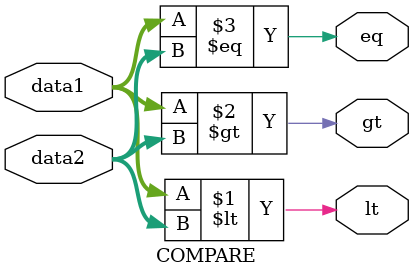
<source format=v>
module GCD_datapath(gt,lt,eq,ldA,ldB,sel1,sel2,sel_in,data_in,clk);
 input ldA,ldB,sel1,sel2,sel_in,clk;
 input [15:0]data_in;
output gt,lt,eq;
wire[15:0] Aout,Bout,X,Y,Bus,Subout;

PIPO A(Aout,Bus,ldA,clk);
PIPO B(Bout,Bus,ldB,clk);
MUX MUX_in1(X,Aout,Bout,sel1);
MUX MUX_in2(Y,Aout,Bout,sel2);
MUX MUX_load(Bus,Subout,data_in,sel_in);
SUB SB(Subout,X,Y);
COMPARE COMP(lt,gt,eq,Aout,Bout);
endmodule

module PIPO(data_out,data_in,load,clk);
input[15:0] data_in;
input load,clk;
output reg[15:0]data_out;

always@(posedge clk)
if(load)data_out<=data_in;
endmodule

module SUB(out,in1,in2);
input[15:0] in1,in2;
output reg [15:0]  out;

always@(*)
out=in1-in2;
endmodule

module MUX(out,in0,in1,sel);
input [15:0] in0,in1;
input sel;
output [15:0]out;
assign out=sel? in1:in0;
endmodule

module COMPARE(lt,gt,eq,data1,data2);
input [15:0]data1,data2;
output lt,gt,eq;

assign lt=data1<data2;
assign gt=data1>data2;
assign eq=data1==data2;
endmodule


</source>
